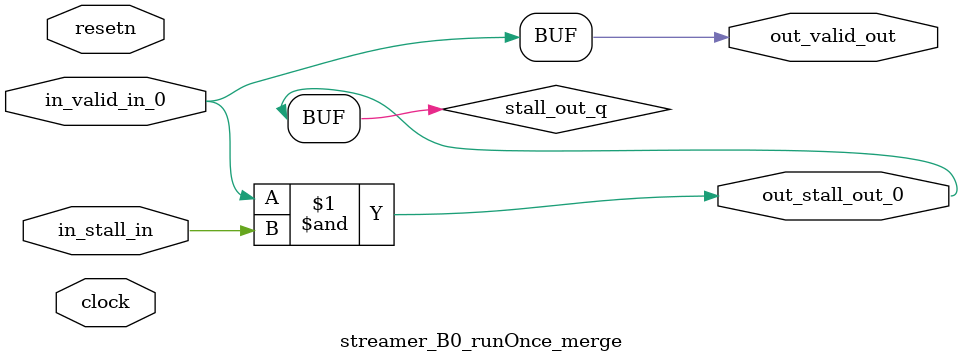
<source format=sv>



(* altera_attribute = "-name AUTO_SHIFT_REGISTER_RECOGNITION OFF; -name MESSAGE_DISABLE 10036; -name MESSAGE_DISABLE 10037; -name MESSAGE_DISABLE 14130; -name MESSAGE_DISABLE 14320; -name MESSAGE_DISABLE 15400; -name MESSAGE_DISABLE 14130; -name MESSAGE_DISABLE 10036; -name MESSAGE_DISABLE 12020; -name MESSAGE_DISABLE 12030; -name MESSAGE_DISABLE 12010; -name MESSAGE_DISABLE 12110; -name MESSAGE_DISABLE 14320; -name MESSAGE_DISABLE 13410; -name MESSAGE_DISABLE 113007; -name MESSAGE_DISABLE 10958" *)
module streamer_B0_runOnce_merge (
    input wire [0:0] in_stall_in,
    input wire [0:0] in_valid_in_0,
    output wire [0:0] out_stall_out_0,
    output wire [0:0] out_valid_out,
    input wire clock,
    input wire resetn
    );

    wire [0:0] stall_out_q;


    // stall_out(LOGICAL,6)
    assign stall_out_q = in_valid_in_0 & in_stall_in;

    // out_stall_out_0(GPOUT,4)
    assign out_stall_out_0 = stall_out_q;

    // out_valid_out(GPOUT,5)
    assign out_valid_out = in_valid_in_0;

endmodule

</source>
